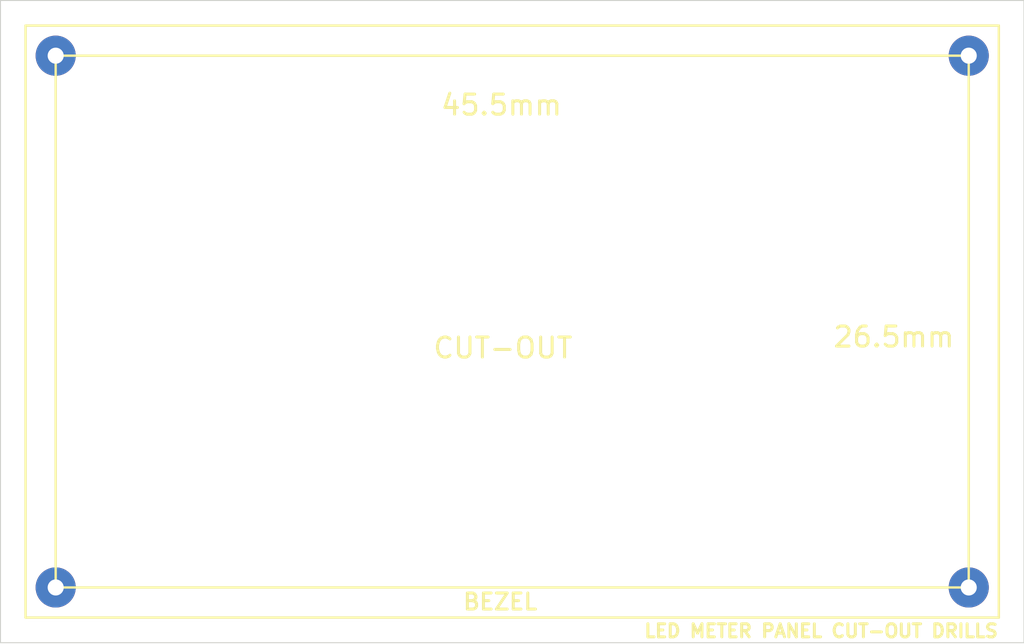
<source format=kicad_pcb>
(kicad_pcb (version 20171130) (host pcbnew 5.1.5+dfsg1-2build2)

  (general
    (thickness 1.6)
    (drawings 17)
    (tracks 0)
    (zones 0)
    (modules 4)
    (nets 1)
  )

  (page A4)
  (title_block
    (title LED_PANEL_26x45mm)
    (company Galopago)
  )

  (layers
    (0 F.Cu signal)
    (31 B.Cu signal)
    (32 B.Adhes user)
    (33 F.Adhes user)
    (34 B.Paste user)
    (35 F.Paste user)
    (36 B.SilkS user)
    (37 F.SilkS user)
    (38 B.Mask user)
    (39 F.Mask user)
    (40 Dwgs.User user)
    (41 Cmts.User user)
    (42 Eco1.User user)
    (43 Eco2.User user)
    (44 Edge.Cuts user)
    (45 Margin user)
    (46 B.CrtYd user)
    (47 F.CrtYd user)
    (48 B.Fab user)
    (49 F.Fab user)
  )

  (setup
    (last_trace_width 0.25)
    (trace_clearance 0.2)
    (zone_clearance 0.508)
    (zone_45_only no)
    (trace_min 0.2)
    (via_size 0.8)
    (via_drill 0.4)
    (via_min_size 0.4)
    (via_min_drill 0.3)
    (uvia_size 0.3)
    (uvia_drill 0.1)
    (uvias_allowed no)
    (uvia_min_size 0.2)
    (uvia_min_drill 0.1)
    (edge_width 0.05)
    (segment_width 0.2)
    (pcb_text_width 0.3)
    (pcb_text_size 1.5 1.5)
    (mod_edge_width 0.12)
    (mod_text_size 1 1)
    (mod_text_width 0.15)
    (pad_size 1.524 1.524)
    (pad_drill 0.762)
    (pad_to_mask_clearance 0.051)
    (solder_mask_min_width 0.25)
    (aux_axis_origin 0 0)
    (visible_elements FFFFFF7F)
    (pcbplotparams
      (layerselection 0x010fc_ffffffff)
      (usegerberextensions false)
      (usegerberattributes false)
      (usegerberadvancedattributes false)
      (creategerberjobfile false)
      (excludeedgelayer true)
      (linewidth 0.100000)
      (plotframeref false)
      (viasonmask false)
      (mode 1)
      (useauxorigin false)
      (hpglpennumber 1)
      (hpglpenspeed 20)
      (hpglpendiameter 15.000000)
      (psnegative false)
      (psa4output false)
      (plotreference true)
      (plotvalue true)
      (plotinvisibletext false)
      (padsonsilk true)
      (subtractmaskfromsilk false)
      (outputformat 5)
      (mirror false)
      (drillshape 1)
      (scaleselection 1)
      (outputdirectory "gerber/single/"))
  )

  (net 0 "")

  (net_class Default "This is the default net class."
    (clearance 0.2)
    (trace_width 0.25)
    (via_dia 0.8)
    (via_drill 0.4)
    (uvia_dia 0.3)
    (uvia_drill 0.1)
  )

  (module Connector_Wire:SolderWirePad_1x01_Drill0.8mm (layer F.Cu) (tedit 5A2676A0) (tstamp 6222D7C0)
    (at 98.25 79.25)
    (descr "Wire solder connection")
    (tags connector)
    (attr virtual)
    (fp_text reference REF** (at 0 -2.54) (layer F.SilkS) hide
      (effects (font (size 1 1) (thickness 0.15)))
    )
    (fp_text value SolderWirePad_1x01_Drill0.8mm (at 0 2.54) (layer F.Fab) hide
      (effects (font (size 1 1) (thickness 0.15)))
    )
    (fp_text user %R (at 0 0) (layer F.Fab) hide
      (effects (font (size 1 1) (thickness 0.15)))
    )
    (fp_line (start -1.5 -1.5) (end 1.5 -1.5) (layer F.CrtYd) (width 0.05))
    (fp_line (start -1.5 -1.5) (end -1.5 1.5) (layer F.CrtYd) (width 0.05))
    (fp_line (start 1.5 1.5) (end 1.5 -1.5) (layer F.CrtYd) (width 0.05))
    (fp_line (start 1.5 1.5) (end -1.5 1.5) (layer F.CrtYd) (width 0.05))
    (pad 1 thru_hole circle (at 0 0) (size 1.99898 1.99898) (drill 0.8001) (layers *.Cu *.Mask))
  )

  (module Connector_Wire:SolderWirePad_1x01_Drill0.8mm (layer F.Cu) (tedit 5A2676A0) (tstamp 6222D7A4)
    (at 52.75 79.25)
    (descr "Wire solder connection")
    (tags connector)
    (attr virtual)
    (fp_text reference REF** (at 0 -2.54) (layer F.SilkS) hide
      (effects (font (size 1 1) (thickness 0.15)))
    )
    (fp_text value SolderWirePad_1x01_Drill0.8mm (at 0 2.54) (layer F.Fab) hide
      (effects (font (size 1 1) (thickness 0.15)))
    )
    (fp_text user %R (at 0 0) (layer F.Fab) hide
      (effects (font (size 1 1) (thickness 0.15)))
    )
    (fp_line (start -1.5 -1.5) (end 1.5 -1.5) (layer F.CrtYd) (width 0.05))
    (fp_line (start -1.5 -1.5) (end -1.5 1.5) (layer F.CrtYd) (width 0.05))
    (fp_line (start 1.5 1.5) (end 1.5 -1.5) (layer F.CrtYd) (width 0.05))
    (fp_line (start 1.5 1.5) (end -1.5 1.5) (layer F.CrtYd) (width 0.05))
    (pad 1 thru_hole circle (at 0 0) (size 1.99898 1.99898) (drill 0.8001) (layers *.Cu *.Mask))
  )

  (module Connector_Wire:SolderWirePad_1x01_Drill0.8mm (layer F.Cu) (tedit 5A2676A0) (tstamp 6222D788)
    (at 98.25 52.75)
    (descr "Wire solder connection")
    (tags connector)
    (attr virtual)
    (fp_text reference REF** (at 0 -2.54) (layer F.SilkS) hide
      (effects (font (size 1 1) (thickness 0.15)))
    )
    (fp_text value SolderWirePad_1x01_Drill0.8mm (at 0 2.54) (layer F.Fab) hide
      (effects (font (size 1 1) (thickness 0.15)))
    )
    (fp_text user %R (at 0 0) (layer F.Fab) hide
      (effects (font (size 1 1) (thickness 0.15)))
    )
    (fp_line (start -1.5 -1.5) (end 1.5 -1.5) (layer F.CrtYd) (width 0.05))
    (fp_line (start -1.5 -1.5) (end -1.5 1.5) (layer F.CrtYd) (width 0.05))
    (fp_line (start 1.5 1.5) (end 1.5 -1.5) (layer F.CrtYd) (width 0.05))
    (fp_line (start 1.5 1.5) (end -1.5 1.5) (layer F.CrtYd) (width 0.05))
    (pad 1 thru_hole circle (at 0 0) (size 1.99898 1.99898) (drill 0.8001) (layers *.Cu *.Mask))
  )

  (module Connector_Wire:SolderWirePad_1x01_Drill0.8mm (layer F.Cu) (tedit 5A2676A0) (tstamp 6222D76C)
    (at 52.75 52.75)
    (descr "Wire solder connection")
    (tags connector)
    (attr virtual)
    (fp_text reference REF** (at 0 -2.54) (layer F.SilkS) hide
      (effects (font (size 1 1) (thickness 0.15)))
    )
    (fp_text value SolderWirePad_1x01_Drill0.8mm (at 0 2.54) (layer F.Fab) hide
      (effects (font (size 1 1) (thickness 0.15)))
    )
    (fp_text user %R (at 0 0) (layer F.Fab) hide
      (effects (font (size 1 1) (thickness 0.15)))
    )
    (fp_line (start -1.5 -1.5) (end 1.5 -1.5) (layer F.CrtYd) (width 0.05))
    (fp_line (start -1.5 -1.5) (end -1.5 1.5) (layer F.CrtYd) (width 0.05))
    (fp_line (start 1.5 1.5) (end 1.5 -1.5) (layer F.CrtYd) (width 0.05))
    (fp_line (start 1.5 1.5) (end -1.5 1.5) (layer F.CrtYd) (width 0.05))
    (pad 1 thru_hole circle (at 0 0) (size 1.99898 1.99898) (drill 0.8001) (layers *.Cu *.Mask))
  )

  (gr_text "LED METER PANEL CUT-OUT DRILLS" (at 90.89644 81.41716) (layer F.SilkS)
    (effects (font (size 0.65 0.65) (thickness 0.15)))
  )
  (gr_text BEZEL (at 74.90472 79.9644) (layer F.SilkS)
    (effects (font (size 0.8 0.8) (thickness 0.15)))
  )
  (gr_line (start 99.75 51.25) (end 99.75 80.75) (layer F.SilkS) (width 0.12))
  (gr_line (start 51.25 51.25) (end 51.25 80.75) (layer F.SilkS) (width 0.12))
  (gr_text CUT-OUT (at 75.0368 67.3152) (layer F.SilkS)
    (effects (font (size 1 1) (thickness 0.15)))
  )
  (gr_line (start 51.25 80.75) (end 99.75 80.75) (layer F.SilkS) (width 0.12))
  (gr_line (start 51.25 51.25) (end 99.75 51.25) (layer F.SilkS) (width 0.12))
  (gr_text 26.5mm (at 94.5186 66.76656) (layer F.SilkS)
    (effects (font (size 1 1) (thickness 0.15)))
  )
  (gr_text 45.5mm (at 74.9606 55.20956) (layer F.SilkS)
    (effects (font (size 1 1) (thickness 0.15)))
  )
  (gr_line (start 52.75 52.75) (end 52.75 79.25) (layer F.SilkS) (width 0.12))
  (gr_line (start 98.25 52.75) (end 98.25 79.25) (layer F.SilkS) (width 0.12))
  (gr_line (start 52.75 79.25) (end 98.25 79.25) (layer F.SilkS) (width 0.12))
  (gr_line (start 52.75 52.75) (end 98.25 52.75) (layer F.SilkS) (width 0.12))
  (gr_line (start 50 82) (end 101 82) (layer Edge.Cuts) (width 0.05))
  (gr_line (start 50 50) (end 101 50) (layer Edge.Cuts) (width 0.05))
  (gr_line (start 101 50) (end 101 82) (layer Edge.Cuts) (width 0.05))
  (gr_line (start 50 50) (end 50 82) (layer Edge.Cuts) (width 0.05))

)

</source>
